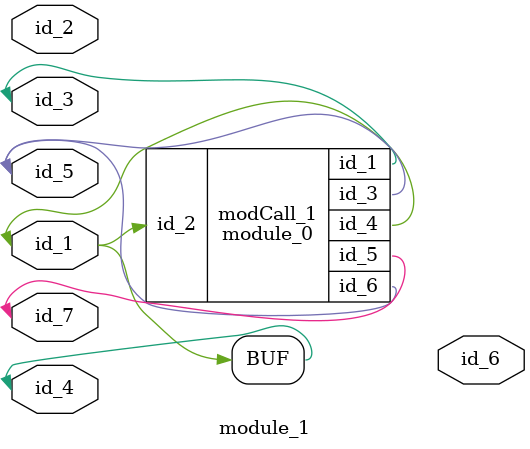
<source format=v>
module module_0 (
    id_1,
    id_2,
    id_3,
    id_4,
    id_5,
    id_6
);
  inout wire id_6;
  inout wire id_5;
  output wire id_4;
  inout wire id_3;
  input wire id_2;
  output wire id_1;
  wire id_7, id_8;
endmodule
module module_1 (
    id_1,
    id_2,
    id_3,
    id_4,
    id_5,
    id_6,
    id_7
);
  inout wire id_7;
  output wire id_6;
  inout wire id_5;
  inout wire id_4;
  inout wire id_3;
  inout wire id_2;
  inout wire id_1;
  assign id_1 = (id_4);
  wire id_8;
  module_0 modCall_1 (
      id_3,
      id_1,
      id_5,
      id_1,
      id_7,
      id_5
  );
  wire id_9;
  wire id_10;
endmodule

</source>
